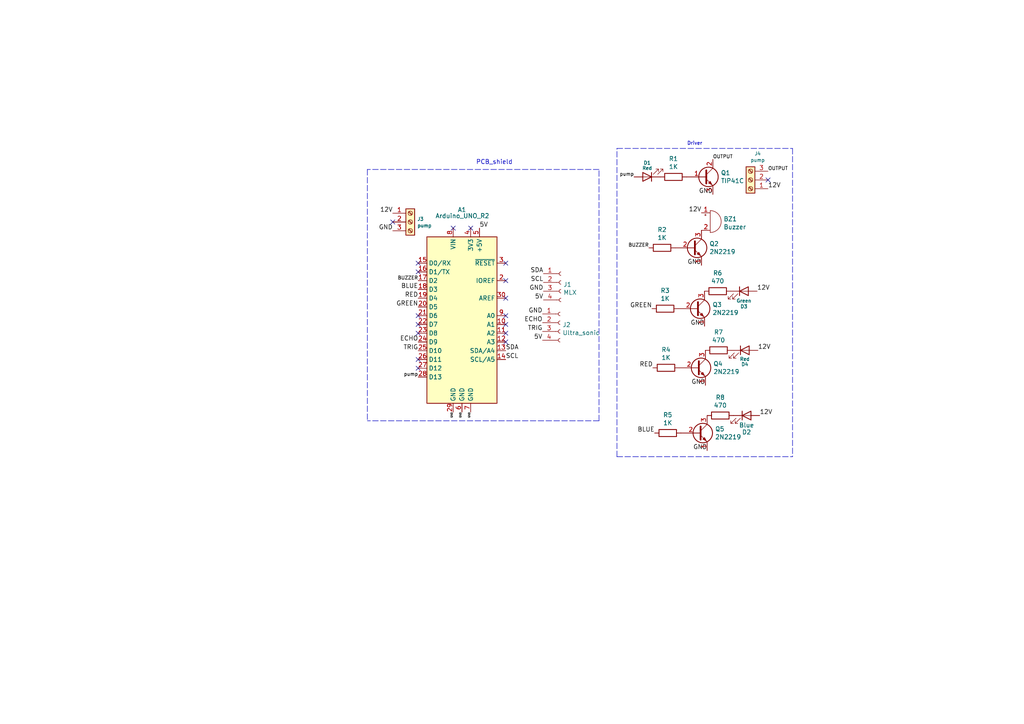
<source format=kicad_sch>
(kicad_sch (version 20211123) (generator eeschema)
  (paper "A4")
  (lib_symbols
    (symbol "Connector:Conn_01x04_Female" (pin_names (offset 1.016) hide)
      (property "Reference" "J" (at 0 5.08 0))
      (property "Value" "Conn_01x04_Female" (at 0 -7.62 0))
      (symbol "Conn_01x04_Female_1_1"
        (arc (start 0 -4.572) (mid -0.508 -5.08) (end 0 -5.588) (stroke (width 0.1524)))
        (arc (start 0 -2.032) (mid -0.508 -2.54) (end 0 -3.048) (stroke (width 0.1524)))
        (polyline (pts (xy -1.27 -5.08) (xy -0.508 -5.08)) (stroke (width 0.1524)))
        (polyline (pts (xy -1.27 -2.54) (xy -0.508 -2.54)) (stroke (width 0.1524)))
        (polyline (pts (xy -1.27 0) (xy -0.508 0)) (stroke (width 0.1524)))
        (polyline (pts (xy -1.27 2.54) (xy -0.508 2.54)) (stroke (width 0.1524)))
        (arc (start 0 0.508) (mid -0.508 0) (end 0 -0.508) (stroke (width 0.1524)))
        (arc (start 0 3.048) (mid -0.508 2.54) (end 0 2.032) (stroke (width 0.1524)))
        (pin passive line (at -5.08 2.54 0) (length 3.81) (name "Pin_1") (number "1"))
        (pin passive line (at -5.08 0 0) (length 3.81) (name "Pin_2") (number "2"))
        (pin passive line (at -5.08 -2.54 0) (length 3.81) (name "Pin_3") (number "3"))
        (pin passive line (at -5.08 -5.08 0) (length 3.81) (name "Pin_4") (number "4"))
      )
    )
    (symbol "Connector:Screw_Terminal_01x03" (pin_names (offset 1.016) hide)
      (property "Reference" "J" (at 0 5.08 0))
      (property "Value" "Screw_Terminal_01x03" (at 0 -5.08 0))
      (symbol "Screw_Terminal_01x03_1_1"
        (rectangle (start -1.27 3.81) (end 1.27 -3.81) (stroke (width 0.254)) (fill (type background)))
        (circle (center 0 -2.54) (radius 0.635) (stroke (width 0.1524)))
        (polyline (pts (xy -0.5334 -2.2098) (xy 0.3302 -3.048)) (stroke (width 0.1524)))
        (polyline (pts (xy -0.5334 0.3302) (xy 0.3302 -0.508)) (stroke (width 0.1524)))
        (polyline (pts (xy -0.5334 2.8702) (xy 0.3302 2.032)) (stroke (width 0.1524)))
        (polyline (pts (xy -0.3556 -2.032) (xy 0.508 -2.8702)) (stroke (width 0.1524)))
        (polyline (pts (xy -0.3556 0.508) (xy 0.508 -0.3302)) (stroke (width 0.1524)))
        (polyline (pts (xy -0.3556 3.048) (xy 0.508 2.2098)) (stroke (width 0.1524)))
        (circle (center 0 0) (radius 0.635) (stroke (width 0.1524)))
        (circle (center 0 2.54) (radius 0.635) (stroke (width 0.1524)))
        (pin passive line (at -5.08 2.54 0) (length 3.81) (name "Pin_1") (number "1"))
        (pin passive line (at -5.08 0 0) (length 3.81) (name "Pin_2") (number "2"))
        (pin passive line (at -5.08 -2.54 0) (length 3.81) (name "Pin_3") (number "3"))
      )
    )
    (symbol "Device:Buzzer" (pin_names (offset 0.0254) hide)
      (property "Reference" "BZ" (at 3.81 1.27 0))
      (property "Value" "Buzzer" (at 3.81 -1.27 0))
      (symbol "Buzzer_0_1"
        (arc (start 0 -3.175) (mid 3.175 0) (end 0 3.175))
        (polyline (pts (xy -1.651 1.905) (xy -1.143 1.905)))
        (polyline (pts (xy -1.397 2.159) (xy -1.397 1.651)))
        (polyline (pts (xy 0 3.175) (xy 0 -3.175)))
      )
      (symbol "Buzzer_1_1"
        (pin passive line (at -2.54 2.54 0) (length 2.54) (name "-") (number "1"))
        (pin passive line (at -2.54 -2.54 0) (length 2.54) (name "+") (number "2"))
      )
    )
    (symbol "Device:LED" (pin_numbers hide) (pin_names (offset 1.016) hide)
      (property "Reference" "D" (at 0 2.54 0))
      (property "Value" "LED" (at 0 -2.54 0))
      (symbol "LED_0_1"
        (polyline (pts (xy -1.27 -1.27) (xy -1.27 1.27)) (stroke (width 0.254)))
        (polyline (pts (xy -1.27 0) (xy 1.27 0)))
        (polyline (pts (xy 1.27 -1.27) (xy 1.27 1.27) (xy -1.27 0) (xy 1.27 -1.27)) (stroke (width 0.254)))
        (polyline (pts (xy -3.048 -0.762) (xy -4.572 -2.286) (xy -3.81 -2.286) (xy -4.572 -2.286) (xy -4.572 -1.524)))
        (polyline (pts (xy -1.778 -0.762) (xy -3.302 -2.286) (xy -2.54 -2.286) (xy -3.302 -2.286) (xy -3.302 -1.524)))
      )
      (symbol "LED_1_1"
        (pin passive line (at -3.81 0 0) (length 2.54) (name "K") (number "1"))
        (pin passive line (at 3.81 0 180) (length 2.54) (name "A") (number "2"))
      )
    )
    (symbol "Device:R" (pin_numbers hide) (pin_names (offset 0))
      (property "Reference" "R" (at 2.032 0 90))
      (property "Value" "R" (at 0 0 90))
      (symbol "R_0_1"
        (rectangle (start -1.016 -2.54) (end 1.016 2.54) (stroke (width 0.254)))
      )
      (symbol "R_1_1"
        (pin passive line (at 0 3.81 270) (length 1.27) (name "~") (number "1"))
        (pin passive line (at 0 -3.81 90) (length 1.27) (name "~") (number "2"))
      )
    )
    (symbol "MCU_Module:Arduino_UNO_R2"
      (property "Reference" "A" (at -10.16 23.495 0))
      (property "Value" "Arduino_UNO_R2" (at 5.08 -26.67 0))
      (symbol "Arduino_UNO_R2_0_1"
        (rectangle (start -10.16 22.86) (end 10.16 -25.4) (stroke (width 0.254)) (fill (type background)))
      )
      (symbol "Arduino_UNO_R2_1_1"
        (pin no_connect line (at -10.16 -20.32 0) (length 2.54) hide (name "NC") (number "1"))
        (pin bidirectional line (at 12.7 -2.54 180) (length 2.54) (name "A1") (number "10"))
        (pin bidirectional line (at 12.7 -5.08 180) (length 2.54) (name "A2") (number "11"))
        (pin bidirectional line (at 12.7 -7.62 180) (length 2.54) (name "A3") (number "12"))
        (pin bidirectional line (at 12.7 -10.16 180) (length 2.54) (name "SDA/A4") (number "13"))
        (pin bidirectional line (at 12.7 -12.7 180) (length 2.54) (name "SCL/A5") (number "14"))
        (pin bidirectional line (at -12.7 15.24 0) (length 2.54) (name "D0/RX") (number "15"))
        (pin bidirectional line (at -12.7 12.7 0) (length 2.54) (name "D1/TX") (number "16"))
        (pin bidirectional line (at -12.7 10.16 0) (length 2.54) (name "D2") (number "17"))
        (pin bidirectional line (at -12.7 7.62 0) (length 2.54) (name "D3") (number "18"))
        (pin bidirectional line (at -12.7 5.08 0) (length 2.54) (name "D4") (number "19"))
        (pin output line (at 12.7 10.16 180) (length 2.54) (name "IOREF") (number "2"))
        (pin bidirectional line (at -12.7 2.54 0) (length 2.54) (name "D5") (number "20"))
        (pin bidirectional line (at -12.7 0 0) (length 2.54) (name "D6") (number "21"))
        (pin bidirectional line (at -12.7 -2.54 0) (length 2.54) (name "D7") (number "22"))
        (pin bidirectional line (at -12.7 -5.08 0) (length 2.54) (name "D8") (number "23"))
        (pin bidirectional line (at -12.7 -7.62 0) (length 2.54) (name "D9") (number "24"))
        (pin bidirectional line (at -12.7 -10.16 0) (length 2.54) (name "D10") (number "25"))
        (pin bidirectional line (at -12.7 -12.7 0) (length 2.54) (name "D11") (number "26"))
        (pin bidirectional line (at -12.7 -15.24 0) (length 2.54) (name "D12") (number "27"))
        (pin bidirectional line (at -12.7 -17.78 0) (length 2.54) (name "D13") (number "28"))
        (pin power_in line (at -2.54 -27.94 90) (length 2.54) (name "GND") (number "29"))
        (pin input line (at 12.7 15.24 180) (length 2.54) (name "~{RESET}") (number "3"))
        (pin input line (at 12.7 5.08 180) (length 2.54) (name "AREF") (number "30"))
        (pin power_out line (at 2.54 25.4 270) (length 2.54) (name "3V3") (number "4"))
        (pin power_out line (at 5.08 25.4 270) (length 2.54) (name "+5V") (number "5"))
        (pin power_in line (at 0 -27.94 90) (length 2.54) (name "GND") (number "6"))
        (pin power_in line (at 2.54 -27.94 90) (length 2.54) (name "GND") (number "7"))
        (pin power_in line (at -2.54 25.4 270) (length 2.54) (name "VIN") (number "8"))
        (pin bidirectional line (at 12.7 0 180) (length 2.54) (name "A0") (number "9"))
      )
    )
    (symbol "Transistor_BJT:2N2219" (pin_names (offset 0) hide)
      (property "Reference" "Q" (at 5.08 1.905 0))
      (property "Value" "2N2219" (at 5.08 0 0))
      (symbol "2N2219_0_1"
        (polyline (pts (xy 0.635 0.635) (xy 2.54 2.54)))
        (polyline (pts (xy 0.635 -0.635) (xy 2.54 -2.54) (xy 2.54 -2.54)))
        (polyline (pts (xy 0.635 1.905) (xy 0.635 -1.905) (xy 0.635 -1.905)) (stroke (width 0.508)))
        (polyline (pts (xy 1.27 -1.778) (xy 1.778 -1.27) (xy 2.286 -2.286) (xy 1.27 -1.778) (xy 1.27 -1.778)) (fill (type outline)))
        (circle (center 1.27 0) (radius 2.8194) (stroke (width 0.254)))
      )
      (symbol "2N2219_1_1"
        (pin passive line (at 2.54 -5.08 90) (length 2.54) (name "E") (number "1"))
        (pin passive line (at -5.08 0 0) (length 5.715) (name "B") (number "2"))
        (pin passive line (at 2.54 5.08 270) (length 2.54) (name "C") (number "3"))
      )
    )
    (symbol "Transistor_BJT:TIP41C" (pin_names (offset 0) hide)
      (property "Reference" "Q" (at 6.35 1.905 0))
      (property "Value" "TIP41C" (at 6.35 0 0))
      (symbol "TIP41C_0_1"
        (polyline (pts (xy 0.635 0.635) (xy 2.54 2.54)))
        (polyline (pts (xy 0.635 -0.635) (xy 2.54 -2.54) (xy 2.54 -2.54)))
        (polyline (pts (xy 0.635 1.905) (xy 0.635 -1.905) (xy 0.635 -1.905)) (stroke (width 0.508)))
        (polyline (pts (xy 1.27 -1.778) (xy 1.778 -1.27) (xy 2.286 -2.286) (xy 1.27 -1.778) (xy 1.27 -1.778)) (fill (type outline)))
        (circle (center 1.27 0) (radius 2.8194) (stroke (width 0.254)))
      )
      (symbol "TIP41C_1_1"
        (pin input line (at -5.08 0 0) (length 5.715) (name "B") (number "1"))
        (pin passive line (at 2.54 5.08 270) (length 2.54) (name "C") (number "2"))
        (pin passive line (at 2.54 -5.08 90) (length 2.54) (name "E") (number "3"))
      )
    )
  )
  (no_connect (at 146.685 96.647))
  (no_connect (at 121.285 96.647))
  (no_connect (at 121.285 94.107))
  (no_connect (at 222.758 52.197))
  (no_connect (at 121.285 106.807))
  (no_connect (at 121.285 78.867))
  (no_connect (at 113.919 64.389))
  (no_connect (at 146.685 81.407))
  (no_connect (at 121.285 76.327))
  (no_connect (at 121.285 91.567))
  (no_connect (at 146.685 99.187))
  (no_connect (at 121.285 104.267))
  (no_connect (at 131.445 66.167))
  (no_connect (at 146.685 91.567))
  (no_connect (at 146.685 94.107))
  (no_connect (at 136.525 66.167))
  (no_connect (at 146.685 86.487))
  (no_connect (at 146.685 76.327))
  (polyline (pts (xy 229.87 43.053) (xy 229.87 132.461)))
  (polyline (pts (xy 178.943 132.461) (xy 229.87 132.461)))
  (polyline (pts (xy 173.736 49.149) (xy 106.553 49.149)))
  (polyline (pts (xy 178.943 43.053) (xy 229.87 43.053)))
  (polyline (pts (xy 173.736 122.047) (xy 106.553 122.047)))
  (polyline (pts (xy 106.553 49.149) (xy 106.553 122.047)))
  (polyline (pts (xy 178.943 132.461) (xy 178.943 43.053)))
  (polyline (pts (xy 173.736 122.047) (xy 173.736 49.149)))
  (text "Driver" (at 199.263 42.291 0) (effects (font (size 0.9906 0.9906)) (justify left bottom)))
  (text "PCB_shield" (at 138.049 47.879 0) (effects (font (size 1.27 1.27)) (justify left bottom)))
  (label "GND" (at 205.105 130.683 180))
  (label "SCL" (at 146.685 104.267 0))
  (label "GND" (at 204.343 94.615 180))
  (label "pump" (at 183.896 51.308 180) (effects (font (size 0.9906 0.9906))))
  (label "5V" (at 157.353 98.679 180))
  (label "GND" (at 131.445 119.507 270) (effects (font (size 0.508 0.508))))
  (label "TRIG" (at 121.285 101.727 180))
  (label "GND" (at 203.454 76.962 180))
  (label "BLUE" (at 189.865 125.603 180))
  (label "GND" (at 136.525 119.507 270) (effects (font (size 0.508 0.508))))
  (label "GND" (at 113.919 66.929 180))
  (label "12V" (at 219.583 84.455 0))
  (label "12V" (at 220.345 120.523 0))
  (label "GREEN" (at 189.103 89.535 180))
  (label "GREEN" (at 121.285 89.027 180))
  (label "SDA" (at 157.607 79.375 180))
  (label "BLUE" (at 121.285 83.947 180))
  (label "GND" (at 157.607 84.455 180))
  (label "SDA" (at 146.685 101.727 0))
  (label "SCL" (at 157.607 81.915 180))
  (label "5V" (at 157.607 86.995 180))
  (label "ECHO" (at 121.285 99.187 180))
  (label "GND" (at 204.597 111.76 180))
  (label "GND" (at 157.353 91.059 180))
  (label "GND" (at 206.756 56.388 180))
  (label "12V" (at 113.919 61.849 180))
  (label "TRIG" (at 157.353 96.139 180))
  (label "OUTPUT" (at 206.756 46.228 0) (effects (font (size 0.9906 0.9906))))
  (label "12V" (at 219.837 101.6 0))
  (label "GND" (at 133.985 119.507 270) (effects (font (size 0.508 0.508))))
  (label "5V" (at 139.065 66.167 0))
  (label "BUZZER" (at 121.285 81.407 180) (effects (font (size 0.9906 0.9906))))
  (label "pump" (at 121.285 109.347 180) (effects (font (size 0.9906 0.9906))))
  (label "BUZZER" (at 188.214 71.882 180) (effects (font (size 0.9906 0.9906))))
  (label "12V" (at 203.454 61.722 180))
  (label "RED" (at 189.357 106.68 180))
  (label "ECHO" (at 157.353 93.599 180))
  (label "12V" (at 222.758 54.737 0))
  (label "OUTPUT" (at 222.758 49.657 0) (effects (font (size 0.9906 0.9906))))
  (label "RED" (at 121.285 86.487 180))
  (symbol (lib_id "Connector:Conn_01x04_Female") (at 162.687 81.915 0) (unit 1)
    (property "Reference" "J1" (at 163.3982 82.5246 0) (effects (justify left)))
    (property "Value" "MLX" (at 163.3982 84.836 0) (effects (justify left)))
    (property "Footprint" "Connector_PinHeader_2.54mm:PinHeader_1x04_P2.54mm_Vertical" (effects hide))
  )
  (symbol (lib_id "Connector:Conn_01x04_Female") (at 162.433 93.599 0) (unit 1)
    (property "Reference" "J2" (at 163.1442 94.2086 0) (effects (justify left)))
    (property "Value" "Ultra_sonic" (at 163.1442 96.52 0) (effects (justify left)))
    (property "Footprint" "Connector_PinHeader_2.54mm:PinHeader_1x04_P2.54mm_Vertical" (effects hide))
  )
  (symbol (lib_id "MCU_Module:Arduino_UNO_R2") (at 133.985 91.567 0) (unit 1)
    (property "Reference" "A1" (at 133.985 60.833 0))
    (property "Value" "Arduino_UNO_R2" (at 134.112 62.611 0))
    (property "Footprint" "Module:Arduino_UNO_R2" (effects hide))
    (property "Datasheet" "https://www.arduino.cc/en/Main/arduinoBoardUno" (effects hide))
  )
  (symbol (lib_id "Device:Buzzer") (at 205.994 64.262 0) (unit 1)
    (property "Reference" "BZ1" (at 209.8548 63.5254 0) (effects (justify left)))
    (property "Value" "Buzzer" (at 209.8548 65.8368 0) (effects (justify left)))
    (property "Footprint" "Buzzer_Beeper:Buzzer_12x9.5RM7.6" (effects hide))
  )
  (symbol (lib_id "Device:LED") (at 216.535 120.523 0) (unit 1)
    (property "Reference" "D2" (at 216.535 125.349 0))
    (property "Value" "Blue" (at 216.535 123.317 0))
    (property "Footprint" "LED_THT:LED_D5.0mm" (effects hide))
  )
  (symbol (lib_id "Device:LED") (at 216.027 101.6 0) (unit 1)
    (property "Reference" "D4" (at 216.027 105.664 0) (effects (font (size 0.9906 0.9906))))
    (property "Value" "Red" (at 216.027 104.14 0) (effects (font (size 0.9906 0.9906))))
    (property "Footprint" "LED_THT:LED_D5.0mm" (effects hide))
  )
  (symbol (lib_id "Device:LED") (at 215.773 84.455 0) (unit 1)
    (property "Reference" "D3" (at 215.773 88.9 0) (effects (font (size 0.9906 0.9906))))
    (property "Value" "Green" (at 215.773 87.249 0) (effects (font (size 0.9906 0.9906))))
    (property "Footprint" "LED_THT:LED_D5.0mm" (effects hide))
  )
  (symbol (lib_id "Transistor_BJT:TIP41C") (at 204.216 51.308 0) (unit 1)
    (property "Reference" "Q1" (at 209.0674 50.1396 0) (effects (justify left)))
    (property "Value" "TIP41C" (at 209.0674 52.451 0) (effects (justify left)))
    (property "Footprint" "Package_TO_SOT_THT:TO-220-3_Vertical" (effects hide))
    (property "Datasheet" "https://www.centralsemi.com/get_document.php?cmp=1&mergetype=pd&mergepath=pd&pdf_id=tip41.PDF" (effects hide))
  )
  (symbol (lib_id "Connector:Screw_Terminal_01x03") (at 118.999 64.389 0) (unit 1)
    (property "Reference" "J3" (at 121.031 63.5254 0) (effects (font (size 0.9906 0.9906)) (justify left)))
    (property "Value" "pump" (at 121.031 65.4304 0) (effects (font (size 0.9906 0.9906)) (justify left)))
    (property "Footprint" "Connector_Phoenix_MSTB:PhoenixContact_MSTBA_2,5_3-G-5,08_1x03_P5.08mm_Horizontal" (effects hide))
  )
  (symbol (lib_id "Device:R") (at 195.326 51.308 270) (unit 1)
    (property "Reference" "R1" (at 195.326 46.0502 90))
    (property "Value" "1K" (at 195.326 48.3616 90))
    (property "Footprint" "Resistor_THT:R_Axial_DIN0207_L6.3mm_D2.5mm_P10.16mm_Horizontal" (effects hide))
  )
  (symbol (lib_id "Device:LED") (at 187.706 51.308 180) (unit 1)
    (property "Reference" "D1" (at 187.706 47.244 0) (effects (font (size 0.9906 0.9906))))
    (property "Value" "Red" (at 187.706 48.768 0) (effects (font (size 0.9906 0.9906))))
    (property "Footprint" "LED_THT:LED_D5.0mm" (effects hide))
  )
  (symbol (lib_id "Transistor_BJT:2N2219") (at 200.914 71.882 0) (unit 1)
    (property "Reference" "Q2" (at 205.74 70.7136 0) (effects (justify left)))
    (property "Value" "2N2219" (at 205.74 73.025 0) (effects (justify left)))
    (property "Footprint" "Package_TO_SOT_THT:TO-92L_Wide" (effects hide))
    (property "Datasheet" "http://www.onsemi.com/pub_link/Collateral/2N2219-D.PDF" (effects hide))
  )
  (symbol (lib_id "Transistor_BJT:2N2219") (at 201.803 89.535 0) (unit 1)
    (property "Reference" "Q3" (at 206.629 88.3666 0) (effects (justify left)))
    (property "Value" "2N2219" (at 206.629 90.678 0) (effects (justify left)))
    (property "Footprint" "Package_TO_SOT_THT:TO-92L_Wide" (effects hide))
    (property "Datasheet" "http://www.onsemi.com/pub_link/Collateral/2N2219-D.PDF" (effects hide))
  )
  (symbol (lib_id "Transistor_BJT:2N2219") (at 202.057 106.68 0) (unit 1)
    (property "Reference" "Q4" (at 206.883 105.5116 0) (effects (justify left)))
    (property "Value" "2N2219" (at 206.883 107.823 0) (effects (justify left)))
    (property "Footprint" "Package_TO_SOT_THT:TO-92L_Wide" (effects hide))
    (property "Datasheet" "http://www.onsemi.com/pub_link/Collateral/2N2219-D.PDF" (effects hide))
  )
  (symbol (lib_id "Transistor_BJT:2N2219") (at 202.565 125.603 0) (unit 1)
    (property "Reference" "Q5" (at 207.391 124.4346 0) (effects (justify left)))
    (property "Value" "2N2219" (at 207.391 126.746 0) (effects (justify left)))
    (property "Footprint" "Package_TO_SOT_THT:TO-92L_Wide" (effects hide))
    (property "Datasheet" "http://www.onsemi.com/pub_link/Collateral/2N2219-D.PDF" (effects hide))
  )
  (symbol (lib_id "Device:R") (at 192.024 71.882 270) (unit 1)
    (property "Reference" "R2" (at 192.024 66.6242 90))
    (property "Value" "1K" (at 192.024 68.9356 90))
    (property "Footprint" "Resistor_THT:R_Axial_DIN0207_L6.3mm_D2.5mm_P10.16mm_Horizontal" (effects hide))
  )
  (symbol (lib_id "Device:R") (at 192.913 89.535 270) (unit 1)
    (property "Reference" "R3" (at 192.913 84.2772 90))
    (property "Value" "1K" (at 192.913 86.5886 90))
    (property "Footprint" "Resistor_THT:R_Axial_DIN0207_L6.3mm_D2.5mm_P10.16mm_Horizontal" (effects hide))
  )
  (symbol (lib_id "Device:R") (at 193.167 106.68 270) (unit 1)
    (property "Reference" "R4" (at 193.167 101.4222 90))
    (property "Value" "1K" (at 193.167 103.7336 90))
    (property "Footprint" "Resistor_THT:R_Axial_DIN0207_L6.3mm_D2.5mm_P10.16mm_Horizontal" (effects hide))
  )
  (symbol (lib_id "Device:R") (at 193.675 125.603 270) (unit 1)
    (property "Reference" "R5" (at 193.675 120.3452 90))
    (property "Value" "1K" (at 193.675 122.6566 90))
    (property "Footprint" "Resistor_THT:R_Axial_DIN0207_L6.3mm_D2.5mm_P10.16mm_Horizontal" (effects hide))
  )
  (symbol (lib_id "Device:R") (at 208.153 84.455 270) (unit 1)
    (property "Reference" "R6" (at 208.153 79.1972 90))
    (property "Value" "470" (at 208.153 81.5086 90))
    (property "Footprint" "Resistor_THT:R_Axial_DIN0207_L6.3mm_D2.5mm_P10.16mm_Horizontal" (effects hide))
  )
  (symbol (lib_id "Device:R") (at 208.407 101.6 270) (unit 1)
    (property "Reference" "R7" (at 208.407 96.3422 90))
    (property "Value" "470" (at 208.407 98.6536 90))
    (property "Footprint" "Resistor_THT:R_Axial_DIN0207_L6.3mm_D2.5mm_P10.16mm_Horizontal" (effects hide))
  )
  (symbol (lib_id "Device:R") (at 208.915 120.523 270) (unit 1)
    (property "Reference" "R8" (at 208.915 115.2652 90))
    (property "Value" "470" (at 208.915 117.5766 90))
    (property "Footprint" "Resistor_THT:R_Axial_DIN0207_L6.3mm_D2.5mm_P10.16mm_Horizontal" (effects hide))
  )
  (symbol (lib_id "Connector:Screw_Terminal_01x03") (at 217.678 52.197 180) (unit 1)
    (property "Reference" "J4" (at 219.7608 44.5516 0) (effects (font (size 0.9906 0.9906))))
    (property "Value" "pump" (at 219.7608 46.4566 0) (effects (font (size 0.9906 0.9906))))
    (property "Footprint" "Connector_Phoenix_MSTB:PhoenixContact_MSTBA_2,5_3-G-5,08_1x03_P5.08mm_Horizontal" (effects hide))
  )
)
</source>
